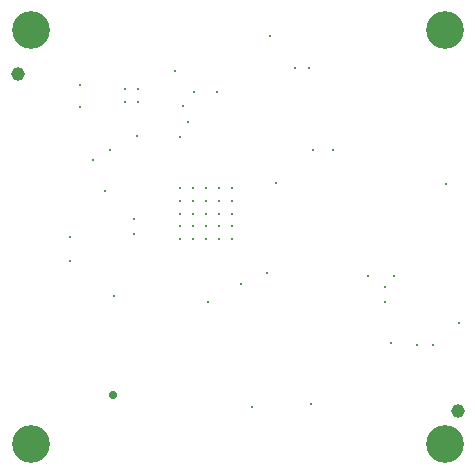
<source format=gbr>
%TF.GenerationSoftware,Altium Limited,Altium Designer,25.0.2 (28)*%
G04 Layer_Color=0*
%FSLAX45Y45*%
%MOMM*%
%TF.SameCoordinates,C223F9BF-7E24-4A28-B258-71FBB46568CF*%
%TF.FilePolarity,Positive*%
%TF.FileFunction,Plated,1,4,PTH,Drill*%
%TF.Part,Single*%
G01*
G75*
%TA.AperFunction,OtherDrill,Pad Free-TH (126.1mm,57.8mm)*%
%ADD85C,1.15200*%
%TA.AperFunction,OtherDrill,Pad Free-TH (88.9mm,86.3mm)*%
%ADD86C,1.15200*%
%TA.AperFunction,OtherDrill,Pad Free-1 (90mm,90mm)*%
%ADD87C,3.20000*%
%TA.AperFunction,OtherDrill,Pad Free-1 (90mm,55mm)*%
%ADD88C,3.20000*%
%TA.AperFunction,OtherDrill,Pad Free-1 (125mm,90mm)*%
%ADD89C,3.20000*%
%TA.AperFunction,OtherDrill,Pad Free-1 (125mm,55mm)*%
%ADD90C,3.20000*%
%TA.AperFunction,ViaDrill,NotFilled*%
%ADD91C,0.30000*%
%ADD92C,0.71120*%
%ADD93C,0.25000*%
%ADD94C,0.20000*%
D85*
X12610000Y5780000D02*
D03*
D86*
X8890000Y8630000D02*
D03*
D87*
X9000000Y9000000D02*
D03*
D88*
Y5500000D02*
D03*
D89*
X12500000Y9000000D02*
D03*
D90*
Y5500000D02*
D03*
D91*
X10220000Y8660000D02*
D03*
X12510000Y7700000D02*
D03*
X11560000Y7990000D02*
D03*
X11390000D02*
D03*
X11350000Y8680000D02*
D03*
X11230000D02*
D03*
X11020000Y8950000D02*
D03*
X9670000Y7990000D02*
D03*
X9520000Y7900000D02*
D03*
X11370000Y5840000D02*
D03*
X10870000Y5810000D02*
D03*
X12620000Y6520000D02*
D03*
X12400000Y6340000D02*
D03*
X12270000D02*
D03*
X12050000Y6350000D02*
D03*
X12000000Y6700000D02*
D03*
Y6825000D02*
D03*
X12075000Y6925000D02*
D03*
X11850000D02*
D03*
X9875000Y7275000D02*
D03*
X9625000Y7640000D02*
D03*
X9325000Y7250000D02*
D03*
Y7050000D02*
D03*
X9700000Y6750000D02*
D03*
X11000000Y6950000D02*
D03*
X10775000Y6850000D02*
D03*
X10500000Y6700000D02*
D03*
X11075000Y7712000D02*
D03*
X10325000Y8225000D02*
D03*
X10290000Y8360000D02*
D03*
X10260000Y8100000D02*
D03*
X9900000Y8110000D02*
D03*
X9410000Y8349000D02*
D03*
Y8537000D02*
D03*
X10575000Y8475000D02*
D03*
X10375000D02*
D03*
D92*
X9690000Y5910000D02*
D03*
D93*
X9875000Y7400000D02*
D03*
D94*
X10697501Y7230000D02*
D03*
X10587501D02*
D03*
X10477501D02*
D03*
X10367501D02*
D03*
X10257501D02*
D03*
X10697501Y7340000D02*
D03*
X10587501D02*
D03*
X10477501D02*
D03*
X10367501D02*
D03*
X10257501D02*
D03*
X10697501Y7450000D02*
D03*
X10587501D02*
D03*
X10477501D02*
D03*
X10367501D02*
D03*
X10257501D02*
D03*
X10697501Y7560000D02*
D03*
X10587501D02*
D03*
X10477501D02*
D03*
X10367501D02*
D03*
X10257501D02*
D03*
X10697501Y7670000D02*
D03*
X10587501D02*
D03*
X10477501D02*
D03*
X10367501D02*
D03*
X10257501D02*
D03*
X9907501Y8505000D02*
D03*
Y8395000D02*
D03*
X9797501D02*
D03*
Y8505000D02*
D03*
%TF.MD5,92225f396cdff93a2d42d3cd178068c6*%
M02*

</source>
